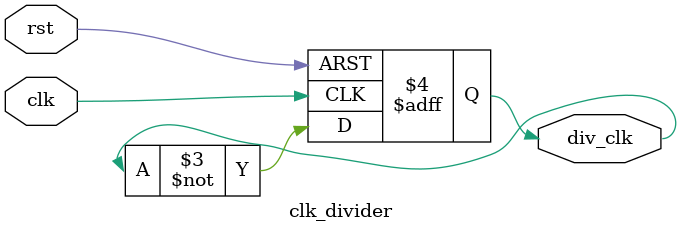
<source format=v>
module clk_divider
(
	input wire clk, 
	input wire rst,
	output reg div_clk
);

always @(posedge clk, negedge rst) begin
		if (~rst) begin
			div_clk <= 1'b0; 
		end
		else begin
			div_clk <= ~div_clk;
		end
	end

endmodule

</source>
